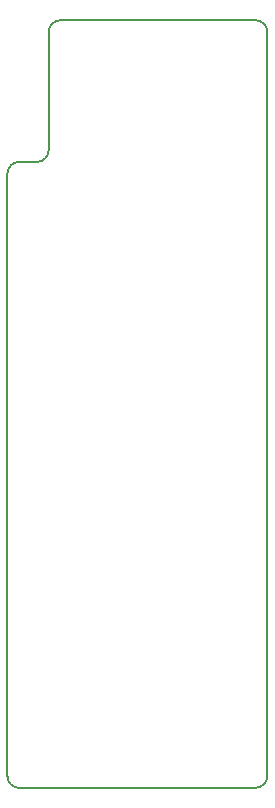
<source format=gbr>
%TF.GenerationSoftware,KiCad,Pcbnew,(6.0.7-1)-1*%
%TF.CreationDate,2022-09-30T17:05:21-04:00*%
%TF.ProjectId,tl866_27c322_adapter,746c3836-365f-4323-9763-3332325f6164,rev?*%
%TF.SameCoordinates,Original*%
%TF.FileFunction,Profile,NP*%
%FSLAX46Y46*%
G04 Gerber Fmt 4.6, Leading zero omitted, Abs format (unit mm)*
G04 Created by KiCad (PCBNEW (6.0.7-1)-1) date 2022-09-30 17:05:21*
%MOMM*%
%LPD*%
G01*
G04 APERTURE LIST*
%TA.AperFunction,Profile*%
%ADD10C,0.150000*%
%TD*%
G04 APERTURE END LIST*
D10*
%TO.C,FC_*%
X149263500Y-53121500D02*
X149263500Y-116121500D01*
X127263500Y-116121500D02*
X127263500Y-65121502D01*
X130763500Y-63121500D02*
X130763500Y-53121500D01*
X128263500Y-64121500D02*
X129763500Y-64121500D01*
X131763500Y-52121500D02*
X148263500Y-52121500D01*
X148263500Y-117121500D02*
X128263500Y-117121500D01*
X127263500Y-116121500D02*
G75*
G03*
X128263500Y-117121500I1000000J0D01*
G01*
X129763500Y-64121500D02*
G75*
G03*
X130763500Y-63121500I0J1000000D01*
G01*
X131763500Y-52121500D02*
G75*
G03*
X130763500Y-53121500I0J-1000000D01*
G01*
X149263500Y-53121500D02*
G75*
G03*
X148263500Y-52121500I-1000000J0D01*
G01*
X148263500Y-117121500D02*
G75*
G03*
X149263500Y-116121500I0J1000000D01*
G01*
X128263500Y-64121500D02*
G75*
G03*
X127263500Y-65121500I0J-1000000D01*
G01*
%TD*%
M02*

</source>
